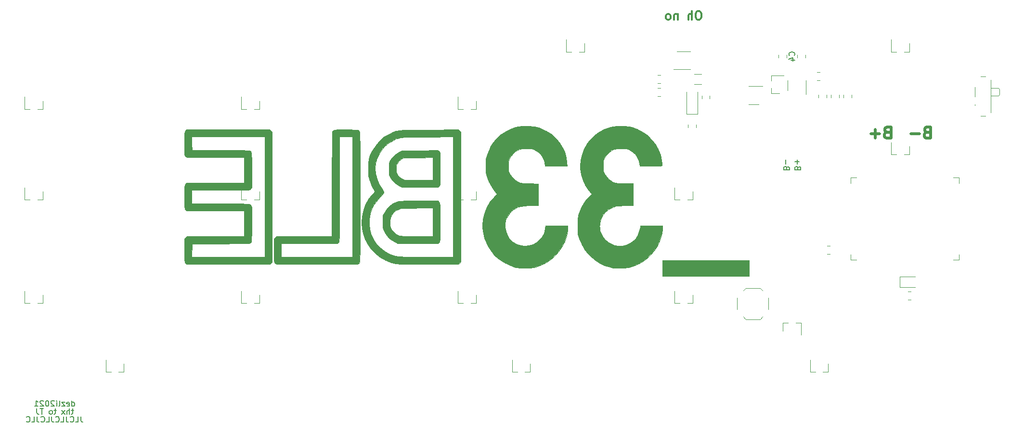
<source format=gbr>
G04 #@! TF.GenerationSoftware,KiCad,Pcbnew,(5.1.4-0)*
G04 #@! TF.CreationDate,2021-05-12T17:49:12+10:00*
G04 #@! TF.ProjectId,ble,626c652e-6b69-4636-9164-5f7063625858,rev?*
G04 #@! TF.SameCoordinates,Original*
G04 #@! TF.FileFunction,Legend,Bot*
G04 #@! TF.FilePolarity,Positive*
%FSLAX46Y46*%
G04 Gerber Fmt 4.6, Leading zero omitted, Abs format (unit mm)*
G04 Created by KiCad (PCBNEW (5.1.4-0)) date 2021-05-12 17:49:12*
%MOMM*%
%LPD*%
G04 APERTURE LIST*
%ADD10C,0.200000*%
%ADD11C,0.300000*%
%ADD12C,0.150000*%
%ADD13C,0.500000*%
%ADD14C,0.120000*%
%ADD15C,0.010000*%
G04 APERTURE END LIST*
D10*
X17819047Y-63352380D02*
X17819047Y-64066666D01*
X17866666Y-64209523D01*
X17961904Y-64304761D01*
X18104761Y-64352380D01*
X18200000Y-64352380D01*
X16866666Y-64352380D02*
X17342857Y-64352380D01*
X17342857Y-63352380D01*
X15961904Y-64257142D02*
X16009523Y-64304761D01*
X16152380Y-64352380D01*
X16247619Y-64352380D01*
X16390476Y-64304761D01*
X16485714Y-64209523D01*
X16533333Y-64114285D01*
X16580952Y-63923809D01*
X16580952Y-63780952D01*
X16533333Y-63590476D01*
X16485714Y-63495238D01*
X16390476Y-63400000D01*
X16247619Y-63352380D01*
X16152380Y-63352380D01*
X16009523Y-63400000D01*
X15961904Y-63447619D01*
X15247619Y-63352380D02*
X15247619Y-64066666D01*
X15295238Y-64209523D01*
X15390476Y-64304761D01*
X15533333Y-64352380D01*
X15628571Y-64352380D01*
X14295238Y-64352380D02*
X14771428Y-64352380D01*
X14771428Y-63352380D01*
X13390476Y-64257142D02*
X13438095Y-64304761D01*
X13580952Y-64352380D01*
X13676190Y-64352380D01*
X13819047Y-64304761D01*
X13914285Y-64209523D01*
X13961904Y-64114285D01*
X14009523Y-63923809D01*
X14009523Y-63780952D01*
X13961904Y-63590476D01*
X13914285Y-63495238D01*
X13819047Y-63400000D01*
X13676190Y-63352380D01*
X13580952Y-63352380D01*
X13438095Y-63400000D01*
X13390476Y-63447619D01*
X12676190Y-63352380D02*
X12676190Y-64066666D01*
X12723809Y-64209523D01*
X12819047Y-64304761D01*
X12961904Y-64352380D01*
X13057142Y-64352380D01*
X11723809Y-64352380D02*
X12200000Y-64352380D01*
X12200000Y-63352380D01*
X10819047Y-64257142D02*
X10866666Y-64304761D01*
X11009523Y-64352380D01*
X11104761Y-64352380D01*
X11247619Y-64304761D01*
X11342857Y-64209523D01*
X11390476Y-64114285D01*
X11438095Y-63923809D01*
X11438095Y-63780952D01*
X11390476Y-63590476D01*
X11342857Y-63495238D01*
X11247619Y-63400000D01*
X11104761Y-63352380D01*
X11009523Y-63352380D01*
X10866666Y-63400000D01*
X10819047Y-63447619D01*
X10104761Y-63352380D02*
X10104761Y-64066666D01*
X10152380Y-64209523D01*
X10247619Y-64304761D01*
X10390476Y-64352380D01*
X10485714Y-64352380D01*
X9152380Y-64352380D02*
X9628571Y-64352380D01*
X9628571Y-63352380D01*
X8247619Y-64257142D02*
X8295238Y-64304761D01*
X8438095Y-64352380D01*
X8533333Y-64352380D01*
X8676190Y-64304761D01*
X8771428Y-64209523D01*
X8819047Y-64114285D01*
X8866666Y-63923809D01*
X8866666Y-63780952D01*
X8819047Y-63590476D01*
X8771428Y-63495238D01*
X8676190Y-63400000D01*
X8533333Y-63352380D01*
X8438095Y-63352380D01*
X8295238Y-63400000D01*
X8247619Y-63447619D01*
X16509523Y-62285714D02*
X16128571Y-62285714D01*
X16366666Y-61952380D02*
X16366666Y-62809523D01*
X16319047Y-62904761D01*
X16223809Y-62952380D01*
X16128571Y-62952380D01*
X15795238Y-62952380D02*
X15795238Y-61952380D01*
X15366666Y-62952380D02*
X15366666Y-62428571D01*
X15414285Y-62333333D01*
X15509523Y-62285714D01*
X15652380Y-62285714D01*
X15747619Y-62333333D01*
X15795238Y-62380952D01*
X14985714Y-62952380D02*
X14461904Y-62285714D01*
X14985714Y-62285714D02*
X14461904Y-62952380D01*
X13461904Y-62285714D02*
X13080952Y-62285714D01*
X13319047Y-61952380D02*
X13319047Y-62809523D01*
X13271428Y-62904761D01*
X13176190Y-62952380D01*
X13080952Y-62952380D01*
X12604761Y-62952380D02*
X12700000Y-62904761D01*
X12747619Y-62857142D01*
X12795238Y-62761904D01*
X12795238Y-62476190D01*
X12747619Y-62380952D01*
X12700000Y-62333333D01*
X12604761Y-62285714D01*
X12461904Y-62285714D01*
X12366666Y-62333333D01*
X12319047Y-62380952D01*
X12271428Y-62476190D01*
X12271428Y-62761904D01*
X12319047Y-62857142D01*
X12366666Y-62904761D01*
X12461904Y-62952380D01*
X12604761Y-62952380D01*
X11223809Y-61952380D02*
X10652380Y-61952380D01*
X10938095Y-62952380D02*
X10938095Y-61952380D01*
X10033333Y-61952380D02*
X10033333Y-62666666D01*
X10080952Y-62809523D01*
X10176190Y-62904761D01*
X10319047Y-62952380D01*
X10414285Y-62952380D01*
X16223809Y-61552380D02*
X16223809Y-60552380D01*
X16223809Y-61504761D02*
X16319047Y-61552380D01*
X16509523Y-61552380D01*
X16604761Y-61504761D01*
X16652380Y-61457142D01*
X16700000Y-61361904D01*
X16700000Y-61076190D01*
X16652380Y-60980952D01*
X16604761Y-60933333D01*
X16509523Y-60885714D01*
X16319047Y-60885714D01*
X16223809Y-60933333D01*
X15366666Y-61504761D02*
X15461904Y-61552380D01*
X15652380Y-61552380D01*
X15747619Y-61504761D01*
X15795238Y-61409523D01*
X15795238Y-61028571D01*
X15747619Y-60933333D01*
X15652380Y-60885714D01*
X15461904Y-60885714D01*
X15366666Y-60933333D01*
X15319047Y-61028571D01*
X15319047Y-61123809D01*
X15795238Y-61219047D01*
X14985714Y-60885714D02*
X14461904Y-60885714D01*
X14985714Y-61552380D01*
X14461904Y-61552380D01*
X13938095Y-61552380D02*
X14033333Y-61504761D01*
X14080952Y-61409523D01*
X14080952Y-60552380D01*
X13557142Y-61552380D02*
X13557142Y-60885714D01*
X13557142Y-60552380D02*
X13604761Y-60600000D01*
X13557142Y-60647619D01*
X13509523Y-60600000D01*
X13557142Y-60552380D01*
X13557142Y-60647619D01*
X13128571Y-60647619D02*
X13080952Y-60600000D01*
X12985714Y-60552380D01*
X12747619Y-60552380D01*
X12652380Y-60600000D01*
X12604761Y-60647619D01*
X12557142Y-60742857D01*
X12557142Y-60838095D01*
X12604761Y-60980952D01*
X13176190Y-61552380D01*
X12557142Y-61552380D01*
X11938095Y-60552380D02*
X11842857Y-60552380D01*
X11747619Y-60600000D01*
X11700000Y-60647619D01*
X11652380Y-60742857D01*
X11604761Y-60933333D01*
X11604761Y-61171428D01*
X11652380Y-61361904D01*
X11700000Y-61457142D01*
X11747619Y-61504761D01*
X11842857Y-61552380D01*
X11938095Y-61552380D01*
X12033333Y-61504761D01*
X12080952Y-61457142D01*
X12128571Y-61361904D01*
X12176190Y-61171428D01*
X12176190Y-60933333D01*
X12128571Y-60742857D01*
X12080952Y-60647619D01*
X12033333Y-60600000D01*
X11938095Y-60552380D01*
X11223809Y-60647619D02*
X11176190Y-60600000D01*
X11080952Y-60552380D01*
X10842857Y-60552380D01*
X10747619Y-60600000D01*
X10700000Y-60647619D01*
X10652380Y-60742857D01*
X10652380Y-60838095D01*
X10700000Y-60980952D01*
X11271428Y-61552380D01*
X10652380Y-61552380D01*
X9700000Y-61552380D02*
X10271428Y-61552380D01*
X9985714Y-61552380D02*
X9985714Y-60552380D01*
X10080952Y-60695238D01*
X10176190Y-60790476D01*
X10271428Y-60838095D01*
D11*
X126575000Y7965178D02*
X126289285Y7965178D01*
X126146428Y7893750D01*
X126003571Y7750892D01*
X125932142Y7465178D01*
X125932142Y6965178D01*
X126003571Y6679464D01*
X126146428Y6536607D01*
X126289285Y6465178D01*
X126575000Y6465178D01*
X126717857Y6536607D01*
X126860714Y6679464D01*
X126932142Y6965178D01*
X126932142Y7465178D01*
X126860714Y7750892D01*
X126717857Y7893750D01*
X126575000Y7965178D01*
X125289285Y6465178D02*
X125289285Y7965178D01*
X124646428Y6465178D02*
X124646428Y7250892D01*
X124717857Y7393750D01*
X124860714Y7465178D01*
X125075000Y7465178D01*
X125217857Y7393750D01*
X125289285Y7322321D01*
X122789285Y7465178D02*
X122789285Y6465178D01*
X122789285Y7322321D02*
X122717857Y7393750D01*
X122575000Y7465178D01*
X122360714Y7465178D01*
X122217857Y7393750D01*
X122146428Y7250892D01*
X122146428Y6465178D01*
X121217857Y6465178D02*
X121360714Y6536607D01*
X121432142Y6608035D01*
X121503571Y6750892D01*
X121503571Y7179464D01*
X121432142Y7322321D01*
X121360714Y7393750D01*
X121217857Y7465178D01*
X121003571Y7465178D01*
X120860714Y7393750D01*
X120789285Y7322321D01*
X120717857Y7179464D01*
X120717857Y6750892D01*
X120789285Y6608035D01*
X120860714Y6536607D01*
X121003571Y6465178D01*
X121217857Y6465178D01*
D12*
X141930428Y-19597619D02*
X141882809Y-19454761D01*
X141835190Y-19407142D01*
X141739952Y-19359523D01*
X141597095Y-19359523D01*
X141501857Y-19407142D01*
X141454238Y-19454761D01*
X141406619Y-19550000D01*
X141406619Y-19930952D01*
X142406619Y-19930952D01*
X142406619Y-19597619D01*
X142359000Y-19502380D01*
X142311380Y-19454761D01*
X142216142Y-19407142D01*
X142120904Y-19407142D01*
X142025666Y-19454761D01*
X141978047Y-19502380D01*
X141930428Y-19597619D01*
X141930428Y-19930952D01*
X141787571Y-18930952D02*
X141787571Y-18169047D01*
X143930428Y-19597619D02*
X143882809Y-19454761D01*
X143835190Y-19407142D01*
X143739952Y-19359523D01*
X143597095Y-19359523D01*
X143501857Y-19407142D01*
X143454238Y-19454761D01*
X143406619Y-19550000D01*
X143406619Y-19930952D01*
X144406619Y-19930952D01*
X144406619Y-19597619D01*
X144359000Y-19502380D01*
X144311380Y-19454761D01*
X144216142Y-19407142D01*
X144120904Y-19407142D01*
X144025666Y-19454761D01*
X143978047Y-19502380D01*
X143930428Y-19597619D01*
X143930428Y-19930952D01*
X143787571Y-18930952D02*
X143787571Y-18169047D01*
X143406619Y-18550000D02*
X144168523Y-18550000D01*
D13*
X159620238Y-13357142D02*
X159334523Y-13452380D01*
X159239285Y-13547619D01*
X159144047Y-13738095D01*
X159144047Y-14023809D01*
X159239285Y-14214285D01*
X159334523Y-14309523D01*
X159525000Y-14404761D01*
X160286904Y-14404761D01*
X160286904Y-12404761D01*
X159620238Y-12404761D01*
X159429761Y-12500000D01*
X159334523Y-12595238D01*
X159239285Y-12785714D01*
X159239285Y-12976190D01*
X159334523Y-13166666D01*
X159429761Y-13261904D01*
X159620238Y-13357142D01*
X160286904Y-13357142D01*
X158286904Y-13642857D02*
X156763095Y-13642857D01*
X157525000Y-14404761D02*
X157525000Y-12880952D01*
X166620238Y-13357142D02*
X166334523Y-13452380D01*
X166239285Y-13547619D01*
X166144047Y-13738095D01*
X166144047Y-14023809D01*
X166239285Y-14214285D01*
X166334523Y-14309523D01*
X166525000Y-14404761D01*
X167286904Y-14404761D01*
X167286904Y-12404761D01*
X166620238Y-12404761D01*
X166429761Y-12500000D01*
X166334523Y-12595238D01*
X166239285Y-12785714D01*
X166239285Y-12976190D01*
X166334523Y-13166666D01*
X166429761Y-13261904D01*
X166620238Y-13357142D01*
X167286904Y-13357142D01*
X165286904Y-13642857D02*
X163763095Y-13642857D01*
D14*
X137250000Y-40750000D02*
X134750000Y-40750000D01*
X138750000Y-42500000D02*
X138750000Y-44500000D01*
X137250000Y-46250000D02*
X134750000Y-46250000D01*
X133250000Y-42500000D02*
X133250000Y-44500000D01*
X137700000Y-41200000D02*
X137250000Y-40750000D01*
X134300000Y-41200000D02*
X134750000Y-40750000D01*
X134300000Y-45800000D02*
X134750000Y-46250000D01*
X137700000Y-45800000D02*
X137250000Y-46250000D01*
D15*
G36*
X77418062Y-16527269D02*
G01*
X74252666Y-16552333D01*
X73775934Y-16786536D01*
X73246806Y-17121757D01*
X72756904Y-17570889D01*
X72357883Y-18082495D01*
X72207088Y-18348718D01*
X72101584Y-18576803D01*
X72032355Y-18777847D01*
X71991853Y-18997783D01*
X71972531Y-19282541D01*
X71966844Y-19678053D01*
X71966666Y-19812000D01*
X71969675Y-20243206D01*
X71983671Y-20549536D01*
X72016110Y-20775408D01*
X72074445Y-20965242D01*
X72166132Y-21163457D01*
X72206533Y-21241231D01*
X72586194Y-21803312D01*
X73083574Y-22301958D01*
X73648561Y-22688433D01*
X73746513Y-22738878D01*
X74252666Y-22987000D01*
X77430558Y-23011909D01*
X80608450Y-23036819D01*
X80796058Y-22837119D01*
X80846458Y-22779987D01*
X80886911Y-22715288D01*
X80918513Y-22625083D01*
X80942355Y-22491432D01*
X80959531Y-22296395D01*
X80971133Y-22022033D01*
X80976166Y-21759333D01*
X79713666Y-21759333D01*
X77321833Y-21758861D01*
X76632558Y-21755580D01*
X76008846Y-21746487D01*
X75472231Y-21732282D01*
X75044248Y-21713666D01*
X74746430Y-21691339D01*
X74614638Y-21670805D01*
X74220437Y-21495152D01*
X73834860Y-21212108D01*
X73521799Y-20873258D01*
X73413456Y-20701000D01*
X73300753Y-20413590D01*
X73246390Y-20067991D01*
X73236666Y-19762988D01*
X73247216Y-19413766D01*
X73291036Y-19160987D01*
X73386379Y-18932432D01*
X73492905Y-18749226D01*
X73819596Y-18349489D01*
X74163368Y-18078571D01*
X74577593Y-17822333D01*
X77145630Y-17796589D01*
X79713666Y-17770845D01*
X79713666Y-21759333D01*
X80976166Y-21759333D01*
X80978254Y-21650406D01*
X80981989Y-21163574D01*
X80983428Y-20543597D01*
X80983666Y-19772537D01*
X80983666Y-16878183D01*
X80783562Y-16690195D01*
X80583457Y-16502206D01*
X77418062Y-16527269D01*
X77418062Y-16527269D01*
G37*
X77418062Y-16527269D02*
X74252666Y-16552333D01*
X73775934Y-16786536D01*
X73246806Y-17121757D01*
X72756904Y-17570889D01*
X72357883Y-18082495D01*
X72207088Y-18348718D01*
X72101584Y-18576803D01*
X72032355Y-18777847D01*
X71991853Y-18997783D01*
X71972531Y-19282541D01*
X71966844Y-19678053D01*
X71966666Y-19812000D01*
X71969675Y-20243206D01*
X71983671Y-20549536D01*
X72016110Y-20775408D01*
X72074445Y-20965242D01*
X72166132Y-21163457D01*
X72206533Y-21241231D01*
X72586194Y-21803312D01*
X73083574Y-22301958D01*
X73648561Y-22688433D01*
X73746513Y-22738878D01*
X74252666Y-22987000D01*
X77430558Y-23011909D01*
X80608450Y-23036819D01*
X80796058Y-22837119D01*
X80846458Y-22779987D01*
X80886911Y-22715288D01*
X80918513Y-22625083D01*
X80942355Y-22491432D01*
X80959531Y-22296395D01*
X80971133Y-22022033D01*
X80976166Y-21759333D01*
X79713666Y-21759333D01*
X77321833Y-21758861D01*
X76632558Y-21755580D01*
X76008846Y-21746487D01*
X75472231Y-21732282D01*
X75044248Y-21713666D01*
X74746430Y-21691339D01*
X74614638Y-21670805D01*
X74220437Y-21495152D01*
X73834860Y-21212108D01*
X73521799Y-20873258D01*
X73413456Y-20701000D01*
X73300753Y-20413590D01*
X73246390Y-20067991D01*
X73236666Y-19762988D01*
X73247216Y-19413766D01*
X73291036Y-19160987D01*
X73386379Y-18932432D01*
X73492905Y-18749226D01*
X73819596Y-18349489D01*
X74163368Y-18078571D01*
X74577593Y-17822333D01*
X77145630Y-17796589D01*
X79713666Y-17770845D01*
X79713666Y-21759333D01*
X80976166Y-21759333D01*
X80978254Y-21650406D01*
X80981989Y-21163574D01*
X80983428Y-20543597D01*
X80983666Y-19772537D01*
X80983666Y-16878183D01*
X80783562Y-16690195D01*
X80583457Y-16502206D01*
X77418062Y-16527269D01*
G36*
X76451466Y-25400581D02*
G01*
X75752043Y-25402829D01*
X75185640Y-25407502D01*
X74734100Y-25415356D01*
X74379268Y-25427149D01*
X74102989Y-25443637D01*
X73887107Y-25465580D01*
X73713467Y-25493732D01*
X73563912Y-25528852D01*
X73456034Y-25560406D01*
X72722794Y-25873295D01*
X72087314Y-26323772D01*
X71553150Y-26908714D01*
X71138187Y-27595471D01*
X71022239Y-27841342D01*
X70944948Y-28045577D01*
X70898499Y-28253362D01*
X70875080Y-28509883D01*
X70866876Y-28860327D01*
X70866000Y-29169446D01*
X70868275Y-29606869D01*
X70880425Y-29920282D01*
X70910434Y-30154997D01*
X70966289Y-30356326D01*
X71055976Y-30569582D01*
X71145385Y-30754740D01*
X71582141Y-31467052D01*
X72126790Y-32048966D01*
X72779077Y-32500222D01*
X72922328Y-32574722D01*
X73566085Y-32893000D01*
X77086815Y-32918391D01*
X80607544Y-32943783D01*
X80795605Y-32743601D01*
X80842792Y-32690645D01*
X80881342Y-32631064D01*
X80912127Y-32548379D01*
X80936021Y-32426115D01*
X80953896Y-32247793D01*
X80966627Y-31996937D01*
X80974628Y-31675451D01*
X79713666Y-31675451D01*
X76813833Y-31649225D01*
X76016274Y-31641073D01*
X75369920Y-31631887D01*
X74856639Y-31620720D01*
X74458304Y-31606624D01*
X74156784Y-31588650D01*
X73933949Y-31565852D01*
X73771672Y-31537282D01*
X73651821Y-31501991D01*
X73601613Y-31481289D01*
X73215288Y-31244106D01*
X72830196Y-30903888D01*
X72504062Y-30517232D01*
X72338864Y-30243304D01*
X72199073Y-29818178D01*
X72136180Y-29319312D01*
X72150424Y-28809311D01*
X72242040Y-28350779D01*
X72330846Y-28132854D01*
X72694819Y-27583177D01*
X73148677Y-27166358D01*
X73517624Y-26948560D01*
X73998666Y-26712333D01*
X79713666Y-26661631D01*
X79713666Y-31675451D01*
X80974628Y-31675451D01*
X80975086Y-31657069D01*
X80980146Y-31211713D01*
X80982681Y-30644392D01*
X80983563Y-29938627D01*
X80983666Y-29194794D01*
X80983406Y-28353230D01*
X80982079Y-27664391D01*
X80978870Y-27111668D01*
X80972964Y-26678453D01*
X80963543Y-26348137D01*
X80949793Y-26104112D01*
X80930898Y-25929769D01*
X80906040Y-25808501D01*
X80874405Y-25723698D01*
X80835176Y-25658752D01*
X80808188Y-25623084D01*
X80632710Y-25400000D01*
X77302065Y-25400000D01*
X76451466Y-25400581D01*
X76451466Y-25400581D01*
G37*
X76451466Y-25400581D02*
X75752043Y-25402829D01*
X75185640Y-25407502D01*
X74734100Y-25415356D01*
X74379268Y-25427149D01*
X74102989Y-25443637D01*
X73887107Y-25465580D01*
X73713467Y-25493732D01*
X73563912Y-25528852D01*
X73456034Y-25560406D01*
X72722794Y-25873295D01*
X72087314Y-26323772D01*
X71553150Y-26908714D01*
X71138187Y-27595471D01*
X71022239Y-27841342D01*
X70944948Y-28045577D01*
X70898499Y-28253362D01*
X70875080Y-28509883D01*
X70866876Y-28860327D01*
X70866000Y-29169446D01*
X70868275Y-29606869D01*
X70880425Y-29920282D01*
X70910434Y-30154997D01*
X70966289Y-30356326D01*
X71055976Y-30569582D01*
X71145385Y-30754740D01*
X71582141Y-31467052D01*
X72126790Y-32048966D01*
X72779077Y-32500222D01*
X72922328Y-32574722D01*
X73566085Y-32893000D01*
X77086815Y-32918391D01*
X80607544Y-32943783D01*
X80795605Y-32743601D01*
X80842792Y-32690645D01*
X80881342Y-32631064D01*
X80912127Y-32548379D01*
X80936021Y-32426115D01*
X80953896Y-32247793D01*
X80966627Y-31996937D01*
X80974628Y-31675451D01*
X79713666Y-31675451D01*
X76813833Y-31649225D01*
X76016274Y-31641073D01*
X75369920Y-31631887D01*
X74856639Y-31620720D01*
X74458304Y-31606624D01*
X74156784Y-31588650D01*
X73933949Y-31565852D01*
X73771672Y-31537282D01*
X73651821Y-31501991D01*
X73601613Y-31481289D01*
X73215288Y-31244106D01*
X72830196Y-30903888D01*
X72504062Y-30517232D01*
X72338864Y-30243304D01*
X72199073Y-29818178D01*
X72136180Y-29319312D01*
X72150424Y-28809311D01*
X72242040Y-28350779D01*
X72330846Y-28132854D01*
X72694819Y-27583177D01*
X73148677Y-27166358D01*
X73517624Y-26948560D01*
X73998666Y-26712333D01*
X79713666Y-26661631D01*
X79713666Y-31675451D01*
X80974628Y-31675451D01*
X80975086Y-31657069D01*
X80980146Y-31211713D01*
X80982681Y-30644392D01*
X80983563Y-29938627D01*
X80983666Y-29194794D01*
X80983406Y-28353230D01*
X80982079Y-27664391D01*
X80978870Y-27111668D01*
X80972964Y-26678453D01*
X80963543Y-26348137D01*
X80949793Y-26104112D01*
X80930898Y-25929769D01*
X80906040Y-25808501D01*
X80874405Y-25723698D01*
X80835176Y-25658752D01*
X80808188Y-25623084D01*
X80632710Y-25400000D01*
X77302065Y-25400000D01*
X76451466Y-25400581D01*
G36*
X36201145Y-13092418D02*
G01*
X36145793Y-13171042D01*
X36103471Y-13263007D01*
X36072439Y-13390613D01*
X36050954Y-13576161D01*
X36037275Y-13841954D01*
X36029662Y-14210294D01*
X36026373Y-14703482D01*
X36025666Y-15339933D01*
X36025666Y-17364363D01*
X36233485Y-17572181D01*
X36441303Y-17780000D01*
X46524333Y-17780000D01*
X46524333Y-22267333D01*
X36376623Y-22267333D01*
X36201145Y-22490418D01*
X36145604Y-22569347D01*
X36103188Y-22661677D01*
X36072135Y-22789813D01*
X36050683Y-22976160D01*
X36037072Y-23243122D01*
X36029539Y-23613104D01*
X36026325Y-24108511D01*
X36025666Y-24722666D01*
X36026393Y-25359508D01*
X36029748Y-25849424D01*
X36037491Y-26214819D01*
X36051384Y-26478097D01*
X36073189Y-26661662D01*
X36104667Y-26787921D01*
X36147578Y-26879277D01*
X36201145Y-26954915D01*
X36376623Y-27178000D01*
X46524333Y-27178000D01*
X46524333Y-31665333D01*
X36441303Y-31665333D01*
X36233485Y-31873151D01*
X36025666Y-32080969D01*
X36025666Y-34105400D01*
X36026382Y-34744884D01*
X36029690Y-35237339D01*
X36037331Y-35605066D01*
X36051047Y-35870367D01*
X36072579Y-36055543D01*
X36103668Y-36182897D01*
X36146055Y-36274729D01*
X36201145Y-36352915D01*
X36376623Y-36576000D01*
X51066816Y-36576000D01*
X51435000Y-36184086D01*
X51435000Y-14139333D01*
X50165000Y-14139333D01*
X50165000Y-35306000D01*
X37290888Y-35306000D01*
X37338000Y-32977666D01*
X42426638Y-32955843D01*
X43481223Y-32951222D01*
X44379489Y-32946782D01*
X45134447Y-32942028D01*
X45759112Y-32936468D01*
X46266495Y-32929606D01*
X46669610Y-32920950D01*
X46981468Y-32910004D01*
X47215082Y-32896275D01*
X47383466Y-32879269D01*
X47499631Y-32858491D01*
X47576590Y-32833449D01*
X47627356Y-32803648D01*
X47664942Y-32768593D01*
X47675971Y-32756561D01*
X47718766Y-32700353D01*
X47753507Y-32624266D01*
X47781219Y-32510845D01*
X47802929Y-32342639D01*
X47819663Y-32102195D01*
X47832446Y-31772059D01*
X47842306Y-31334781D01*
X47850268Y-30772906D01*
X47857358Y-30068983D01*
X47861353Y-29603383D01*
X47865791Y-28902418D01*
X47867293Y-28249309D01*
X47866014Y-27664861D01*
X47862106Y-27169876D01*
X47855722Y-26785157D01*
X47847015Y-26531509D01*
X47838033Y-26435013D01*
X47740613Y-26226423D01*
X47622846Y-26075179D01*
X47583675Y-26040485D01*
X47532297Y-26010954D01*
X47455670Y-25986169D01*
X47340757Y-25965716D01*
X47174517Y-25949178D01*
X46943910Y-25936141D01*
X46635897Y-25926190D01*
X46237439Y-25918907D01*
X45735494Y-25913879D01*
X45117025Y-25910690D01*
X44368990Y-25908924D01*
X43478351Y-25908166D01*
X42432068Y-25908000D01*
X37295666Y-25908000D01*
X37295666Y-23537333D01*
X42375666Y-23537333D01*
X43430041Y-23537185D01*
X44328122Y-23536467D01*
X45082949Y-23534760D01*
X45707562Y-23531652D01*
X46215000Y-23526725D01*
X46618303Y-23519565D01*
X46930512Y-23509756D01*
X47164664Y-23496883D01*
X47333801Y-23480529D01*
X47450962Y-23460281D01*
X47529186Y-23435722D01*
X47581514Y-23406436D01*
X47620984Y-23372009D01*
X47622846Y-23370153D01*
X47768714Y-23171919D01*
X47838033Y-23010320D01*
X47848570Y-22882644D01*
X47856912Y-22606451D01*
X47862907Y-22202543D01*
X47866402Y-21691723D01*
X47867243Y-21094795D01*
X47865278Y-20432562D01*
X47861353Y-19841949D01*
X47854303Y-19050331D01*
X47846958Y-18410592D01*
X47838294Y-17905279D01*
X47827283Y-17516941D01*
X47812901Y-17228123D01*
X47794120Y-17021375D01*
X47769915Y-16879242D01*
X47739259Y-16784273D01*
X47701127Y-16719014D01*
X47675971Y-16688772D01*
X47639831Y-16651985D01*
X47594551Y-16620605D01*
X47527119Y-16594138D01*
X47424522Y-16572089D01*
X47273748Y-16553965D01*
X47061784Y-16539271D01*
X46775618Y-16527514D01*
X46402236Y-16518199D01*
X45928626Y-16510833D01*
X45341776Y-16504921D01*
X44628673Y-16499970D01*
X43776304Y-16495485D01*
X42771656Y-16490973D01*
X42426638Y-16489489D01*
X37338000Y-16467666D01*
X37314444Y-15303500D01*
X37290888Y-14139333D01*
X50165000Y-14139333D01*
X51435000Y-14139333D01*
X51435000Y-13237517D01*
X51043086Y-12869333D01*
X36376623Y-12869333D01*
X36201145Y-13092418D01*
X36201145Y-13092418D01*
G37*
X36201145Y-13092418D02*
X36145793Y-13171042D01*
X36103471Y-13263007D01*
X36072439Y-13390613D01*
X36050954Y-13576161D01*
X36037275Y-13841954D01*
X36029662Y-14210294D01*
X36026373Y-14703482D01*
X36025666Y-15339933D01*
X36025666Y-17364363D01*
X36233485Y-17572181D01*
X36441303Y-17780000D01*
X46524333Y-17780000D01*
X46524333Y-22267333D01*
X36376623Y-22267333D01*
X36201145Y-22490418D01*
X36145604Y-22569347D01*
X36103188Y-22661677D01*
X36072135Y-22789813D01*
X36050683Y-22976160D01*
X36037072Y-23243122D01*
X36029539Y-23613104D01*
X36026325Y-24108511D01*
X36025666Y-24722666D01*
X36026393Y-25359508D01*
X36029748Y-25849424D01*
X36037491Y-26214819D01*
X36051384Y-26478097D01*
X36073189Y-26661662D01*
X36104667Y-26787921D01*
X36147578Y-26879277D01*
X36201145Y-26954915D01*
X36376623Y-27178000D01*
X46524333Y-27178000D01*
X46524333Y-31665333D01*
X36441303Y-31665333D01*
X36233485Y-31873151D01*
X36025666Y-32080969D01*
X36025666Y-34105400D01*
X36026382Y-34744884D01*
X36029690Y-35237339D01*
X36037331Y-35605066D01*
X36051047Y-35870367D01*
X36072579Y-36055543D01*
X36103668Y-36182897D01*
X36146055Y-36274729D01*
X36201145Y-36352915D01*
X36376623Y-36576000D01*
X51066816Y-36576000D01*
X51435000Y-36184086D01*
X51435000Y-14139333D01*
X50165000Y-14139333D01*
X50165000Y-35306000D01*
X37290888Y-35306000D01*
X37338000Y-32977666D01*
X42426638Y-32955843D01*
X43481223Y-32951222D01*
X44379489Y-32946782D01*
X45134447Y-32942028D01*
X45759112Y-32936468D01*
X46266495Y-32929606D01*
X46669610Y-32920950D01*
X46981468Y-32910004D01*
X47215082Y-32896275D01*
X47383466Y-32879269D01*
X47499631Y-32858491D01*
X47576590Y-32833449D01*
X47627356Y-32803648D01*
X47664942Y-32768593D01*
X47675971Y-32756561D01*
X47718766Y-32700353D01*
X47753507Y-32624266D01*
X47781219Y-32510845D01*
X47802929Y-32342639D01*
X47819663Y-32102195D01*
X47832446Y-31772059D01*
X47842306Y-31334781D01*
X47850268Y-30772906D01*
X47857358Y-30068983D01*
X47861353Y-29603383D01*
X47865791Y-28902418D01*
X47867293Y-28249309D01*
X47866014Y-27664861D01*
X47862106Y-27169876D01*
X47855722Y-26785157D01*
X47847015Y-26531509D01*
X47838033Y-26435013D01*
X47740613Y-26226423D01*
X47622846Y-26075179D01*
X47583675Y-26040485D01*
X47532297Y-26010954D01*
X47455670Y-25986169D01*
X47340757Y-25965716D01*
X47174517Y-25949178D01*
X46943910Y-25936141D01*
X46635897Y-25926190D01*
X46237439Y-25918907D01*
X45735494Y-25913879D01*
X45117025Y-25910690D01*
X44368990Y-25908924D01*
X43478351Y-25908166D01*
X42432068Y-25908000D01*
X37295666Y-25908000D01*
X37295666Y-23537333D01*
X42375666Y-23537333D01*
X43430041Y-23537185D01*
X44328122Y-23536467D01*
X45082949Y-23534760D01*
X45707562Y-23531652D01*
X46215000Y-23526725D01*
X46618303Y-23519565D01*
X46930512Y-23509756D01*
X47164664Y-23496883D01*
X47333801Y-23480529D01*
X47450962Y-23460281D01*
X47529186Y-23435722D01*
X47581514Y-23406436D01*
X47620984Y-23372009D01*
X47622846Y-23370153D01*
X47768714Y-23171919D01*
X47838033Y-23010320D01*
X47848570Y-22882644D01*
X47856912Y-22606451D01*
X47862907Y-22202543D01*
X47866402Y-21691723D01*
X47867243Y-21094795D01*
X47865278Y-20432562D01*
X47861353Y-19841949D01*
X47854303Y-19050331D01*
X47846958Y-18410592D01*
X47838294Y-17905279D01*
X47827283Y-17516941D01*
X47812901Y-17228123D01*
X47794120Y-17021375D01*
X47769915Y-16879242D01*
X47739259Y-16784273D01*
X47701127Y-16719014D01*
X47675971Y-16688772D01*
X47639831Y-16651985D01*
X47594551Y-16620605D01*
X47527119Y-16594138D01*
X47424522Y-16572089D01*
X47273748Y-16553965D01*
X47061784Y-16539271D01*
X46775618Y-16527514D01*
X46402236Y-16518199D01*
X45928626Y-16510833D01*
X45341776Y-16504921D01*
X44628673Y-16499970D01*
X43776304Y-16495485D01*
X42771656Y-16490973D01*
X42426638Y-16489489D01*
X37338000Y-16467666D01*
X37314444Y-15303500D01*
X37290888Y-14139333D01*
X50165000Y-14139333D01*
X51435000Y-14139333D01*
X51435000Y-13237517D01*
X51043086Y-12869333D01*
X36376623Y-12869333D01*
X36201145Y-13092418D01*
G36*
X63761371Y-12870225D02*
G01*
X63266147Y-12873968D01*
X62896296Y-12882156D01*
X62629840Y-12896386D01*
X62444801Y-12918255D01*
X62319201Y-12949360D01*
X62231063Y-12991296D01*
X62175880Y-13031174D01*
X61976000Y-13193016D01*
X61953724Y-22429174D01*
X61931449Y-31665333D01*
X52189303Y-31665333D01*
X51981485Y-31873151D01*
X51773666Y-32080969D01*
X51773666Y-34144392D01*
X51774044Y-34787555D01*
X51776430Y-35282976D01*
X51782709Y-35652246D01*
X51794762Y-35916956D01*
X51814472Y-36098698D01*
X51843721Y-36219062D01*
X51884392Y-36299640D01*
X51938368Y-36362022D01*
X51969623Y-36391908D01*
X52165580Y-36576000D01*
X59314457Y-36573425D01*
X60707621Y-36571915D01*
X61963023Y-36568466D01*
X63076922Y-36563123D01*
X64045575Y-36555931D01*
X64865242Y-36546934D01*
X65532181Y-36536177D01*
X66042650Y-36523704D01*
X66392907Y-36509561D01*
X66579212Y-36493791D01*
X66608167Y-36486416D01*
X66724982Y-36352917D01*
X66826588Y-36132566D01*
X66840528Y-36086824D01*
X66853290Y-35956519D01*
X66865088Y-35669178D01*
X66875922Y-35237093D01*
X66885792Y-34672560D01*
X66894699Y-33987871D01*
X66902642Y-33195322D01*
X66909622Y-32307204D01*
X66915639Y-31335814D01*
X66920693Y-30293443D01*
X66924785Y-29192387D01*
X66927914Y-28044939D01*
X66930081Y-26863393D01*
X66931286Y-25660043D01*
X66931529Y-24447182D01*
X66930811Y-23237105D01*
X66929131Y-22042106D01*
X66926490Y-20874477D01*
X66922888Y-19746514D01*
X66918326Y-18670510D01*
X66912802Y-17658759D01*
X66906319Y-16723554D01*
X66898875Y-15877190D01*
X66890471Y-15131961D01*
X66881107Y-14500160D01*
X66873747Y-14139333D01*
X65574333Y-14139333D01*
X65574333Y-35306000D01*
X53043666Y-35306000D01*
X53043666Y-32935333D01*
X62937376Y-32935333D01*
X63112855Y-32712248D01*
X63140463Y-32675389D01*
X63165013Y-32632635D01*
X63186682Y-32574366D01*
X63205652Y-32490961D01*
X63222102Y-32372800D01*
X63236211Y-32210262D01*
X63248158Y-31993726D01*
X63258125Y-31713573D01*
X63266290Y-31360180D01*
X63272832Y-30923928D01*
X63277932Y-30395196D01*
X63281770Y-29764363D01*
X63284524Y-29021809D01*
X63286374Y-28157913D01*
X63287501Y-27163055D01*
X63288083Y-26027613D01*
X63288301Y-24741967D01*
X63288333Y-23314248D01*
X63288333Y-14139333D01*
X65574333Y-14139333D01*
X66873747Y-14139333D01*
X66870784Y-13994081D01*
X66859502Y-13626019D01*
X66847260Y-13408266D01*
X66840156Y-13357162D01*
X66742886Y-13128213D01*
X66616099Y-12970581D01*
X66592195Y-12954996D01*
X66456836Y-12928010D01*
X66171271Y-12905237D01*
X65754593Y-12887422D01*
X65225895Y-12875313D01*
X64604267Y-12869659D01*
X64403946Y-12869333D01*
X63761371Y-12870225D01*
X63761371Y-12870225D01*
G37*
X63761371Y-12870225D02*
X63266147Y-12873968D01*
X62896296Y-12882156D01*
X62629840Y-12896386D01*
X62444801Y-12918255D01*
X62319201Y-12949360D01*
X62231063Y-12991296D01*
X62175880Y-13031174D01*
X61976000Y-13193016D01*
X61953724Y-22429174D01*
X61931449Y-31665333D01*
X52189303Y-31665333D01*
X51981485Y-31873151D01*
X51773666Y-32080969D01*
X51773666Y-34144392D01*
X51774044Y-34787555D01*
X51776430Y-35282976D01*
X51782709Y-35652246D01*
X51794762Y-35916956D01*
X51814472Y-36098698D01*
X51843721Y-36219062D01*
X51884392Y-36299640D01*
X51938368Y-36362022D01*
X51969623Y-36391908D01*
X52165580Y-36576000D01*
X59314457Y-36573425D01*
X60707621Y-36571915D01*
X61963023Y-36568466D01*
X63076922Y-36563123D01*
X64045575Y-36555931D01*
X64865242Y-36546934D01*
X65532181Y-36536177D01*
X66042650Y-36523704D01*
X66392907Y-36509561D01*
X66579212Y-36493791D01*
X66608167Y-36486416D01*
X66724982Y-36352917D01*
X66826588Y-36132566D01*
X66840528Y-36086824D01*
X66853290Y-35956519D01*
X66865088Y-35669178D01*
X66875922Y-35237093D01*
X66885792Y-34672560D01*
X66894699Y-33987871D01*
X66902642Y-33195322D01*
X66909622Y-32307204D01*
X66915639Y-31335814D01*
X66920693Y-30293443D01*
X66924785Y-29192387D01*
X66927914Y-28044939D01*
X66930081Y-26863393D01*
X66931286Y-25660043D01*
X66931529Y-24447182D01*
X66930811Y-23237105D01*
X66929131Y-22042106D01*
X66926490Y-20874477D01*
X66922888Y-19746514D01*
X66918326Y-18670510D01*
X66912802Y-17658759D01*
X66906319Y-16723554D01*
X66898875Y-15877190D01*
X66890471Y-15131961D01*
X66881107Y-14500160D01*
X66873747Y-14139333D01*
X65574333Y-14139333D01*
X65574333Y-35306000D01*
X53043666Y-35306000D01*
X53043666Y-32935333D01*
X62937376Y-32935333D01*
X63112855Y-32712248D01*
X63140463Y-32675389D01*
X63165013Y-32632635D01*
X63186682Y-32574366D01*
X63205652Y-32490961D01*
X63222102Y-32372800D01*
X63236211Y-32210262D01*
X63248158Y-31993726D01*
X63258125Y-31713573D01*
X63266290Y-31360180D01*
X63272832Y-30923928D01*
X63277932Y-30395196D01*
X63281770Y-29764363D01*
X63284524Y-29021809D01*
X63286374Y-28157913D01*
X63287501Y-27163055D01*
X63288083Y-26027613D01*
X63288301Y-24741967D01*
X63288333Y-23314248D01*
X63288333Y-14139333D01*
X65574333Y-14139333D01*
X66873747Y-14139333D01*
X66870784Y-13994081D01*
X66859502Y-13626019D01*
X66847260Y-13408266D01*
X66840156Y-13357162D01*
X66742886Y-13128213D01*
X66616099Y-12970581D01*
X66592195Y-12954996D01*
X66456836Y-12928010D01*
X66171271Y-12905237D01*
X65754593Y-12887422D01*
X65225895Y-12875313D01*
X64604267Y-12869659D01*
X64403946Y-12869333D01*
X63761371Y-12870225D01*
G36*
X79057668Y-12891284D02*
G01*
X77955208Y-12897430D01*
X77007318Y-12903365D01*
X76199242Y-12910591D01*
X75516225Y-12920609D01*
X74943512Y-12934920D01*
X74466349Y-12955025D01*
X74069979Y-12982424D01*
X73739648Y-13018619D01*
X73460601Y-13065110D01*
X73218082Y-13123400D01*
X72997336Y-13194988D01*
X72783609Y-13281375D01*
X72562144Y-13384063D01*
X72318187Y-13504552D01*
X72136000Y-13595394D01*
X71191599Y-14151737D01*
X70373539Y-14820683D01*
X69680757Y-15603293D01*
X69112190Y-16500624D01*
X68999699Y-16721666D01*
X68745886Y-17270982D01*
X68563116Y-17750795D01*
X68440583Y-18210663D01*
X68367486Y-18700144D01*
X68333019Y-19268795D01*
X68326000Y-19812000D01*
X68329845Y-20332756D01*
X68344460Y-20727580D01*
X68374460Y-21039760D01*
X68424463Y-21312587D01*
X68499085Y-21589348D01*
X68524258Y-21671020D01*
X68672734Y-22089067D01*
X68861614Y-22542655D01*
X69067089Y-22980579D01*
X69265346Y-23351632D01*
X69409844Y-23575457D01*
X69461578Y-23665948D01*
X69457061Y-23761230D01*
X69379759Y-23893993D01*
X69213137Y-24096925D01*
X69056930Y-24273207D01*
X68393585Y-25138132D01*
X67870456Y-26085507D01*
X67492006Y-27096568D01*
X67262698Y-28152546D01*
X67186994Y-29234676D01*
X67269359Y-30324191D01*
X67430986Y-31110087D01*
X67780012Y-32112816D01*
X68275063Y-33050969D01*
X68900331Y-33909817D01*
X69640010Y-34674630D01*
X70478294Y-35330679D01*
X71399377Y-35863235D01*
X72387452Y-36257569D01*
X73166100Y-36454352D01*
X73334400Y-36480645D01*
X73551938Y-36503083D01*
X73831578Y-36521932D01*
X74186183Y-36537462D01*
X74628619Y-36549939D01*
X75171748Y-36559632D01*
X75828433Y-36566808D01*
X76611540Y-36571737D01*
X77533932Y-36574685D01*
X78608472Y-36575922D01*
X79005296Y-36576000D01*
X84208697Y-36576000D01*
X84416515Y-36368181D01*
X84624333Y-36160363D01*
X84624333Y-35316064D01*
X83269666Y-35316064D01*
X78422500Y-35285493D01*
X77376480Y-35278447D01*
X76485631Y-35271230D01*
X75735791Y-35263374D01*
X75112799Y-35254410D01*
X74602494Y-35243870D01*
X74190713Y-35231286D01*
X73863294Y-35216190D01*
X73606076Y-35198113D01*
X73404897Y-35176589D01*
X73245596Y-35151147D01*
X73114010Y-35121321D01*
X73067333Y-35108453D01*
X72102401Y-34749261D01*
X71234717Y-34264248D01*
X70471883Y-33667750D01*
X69821504Y-32974103D01*
X69291181Y-32197640D01*
X68888519Y-31352698D01*
X68621121Y-30453612D01*
X68496590Y-29514718D01*
X68522529Y-28550349D01*
X68706542Y-27574843D01*
X68841325Y-27140682D01*
X69048818Y-26619346D01*
X69298707Y-26145034D01*
X69617357Y-25677189D01*
X70031130Y-25175252D01*
X70336833Y-24839987D01*
X70711486Y-24422876D01*
X70955097Y-24110817D01*
X71068522Y-23902669D01*
X71077666Y-23851009D01*
X71028507Y-23683219D01*
X70900100Y-23439716D01*
X70734210Y-23192791D01*
X70217658Y-22368457D01*
X69854761Y-21497130D01*
X69644300Y-20596593D01*
X69585058Y-19684630D01*
X69675816Y-18779026D01*
X69915356Y-17897563D01*
X70302461Y-17058027D01*
X70835912Y-16278201D01*
X71238209Y-15833892D01*
X71752324Y-15368010D01*
X72262389Y-15008892D01*
X72568143Y-14837542D01*
X72828652Y-14702839D01*
X73059211Y-14588314D01*
X73275678Y-14492233D01*
X73493910Y-14412860D01*
X73729764Y-14348460D01*
X73999099Y-14297298D01*
X74317770Y-14257639D01*
X74701636Y-14227748D01*
X75166553Y-14205890D01*
X75728380Y-14190329D01*
X76402973Y-14179330D01*
X77206190Y-14171159D01*
X78153888Y-14164080D01*
X78761166Y-14159894D01*
X83269666Y-14128641D01*
X83269666Y-35316064D01*
X84624333Y-35316064D01*
X84624333Y-13284969D01*
X84201336Y-12861972D01*
X79057668Y-12891284D01*
X79057668Y-12891284D01*
G37*
X79057668Y-12891284D02*
X77955208Y-12897430D01*
X77007318Y-12903365D01*
X76199242Y-12910591D01*
X75516225Y-12920609D01*
X74943512Y-12934920D01*
X74466349Y-12955025D01*
X74069979Y-12982424D01*
X73739648Y-13018619D01*
X73460601Y-13065110D01*
X73218082Y-13123400D01*
X72997336Y-13194988D01*
X72783609Y-13281375D01*
X72562144Y-13384063D01*
X72318187Y-13504552D01*
X72136000Y-13595394D01*
X71191599Y-14151737D01*
X70373539Y-14820683D01*
X69680757Y-15603293D01*
X69112190Y-16500624D01*
X68999699Y-16721666D01*
X68745886Y-17270982D01*
X68563116Y-17750795D01*
X68440583Y-18210663D01*
X68367486Y-18700144D01*
X68333019Y-19268795D01*
X68326000Y-19812000D01*
X68329845Y-20332756D01*
X68344460Y-20727580D01*
X68374460Y-21039760D01*
X68424463Y-21312587D01*
X68499085Y-21589348D01*
X68524258Y-21671020D01*
X68672734Y-22089067D01*
X68861614Y-22542655D01*
X69067089Y-22980579D01*
X69265346Y-23351632D01*
X69409844Y-23575457D01*
X69461578Y-23665948D01*
X69457061Y-23761230D01*
X69379759Y-23893993D01*
X69213137Y-24096925D01*
X69056930Y-24273207D01*
X68393585Y-25138132D01*
X67870456Y-26085507D01*
X67492006Y-27096568D01*
X67262698Y-28152546D01*
X67186994Y-29234676D01*
X67269359Y-30324191D01*
X67430986Y-31110087D01*
X67780012Y-32112816D01*
X68275063Y-33050969D01*
X68900331Y-33909817D01*
X69640010Y-34674630D01*
X70478294Y-35330679D01*
X71399377Y-35863235D01*
X72387452Y-36257569D01*
X73166100Y-36454352D01*
X73334400Y-36480645D01*
X73551938Y-36503083D01*
X73831578Y-36521932D01*
X74186183Y-36537462D01*
X74628619Y-36549939D01*
X75171748Y-36559632D01*
X75828433Y-36566808D01*
X76611540Y-36571737D01*
X77533932Y-36574685D01*
X78608472Y-36575922D01*
X79005296Y-36576000D01*
X84208697Y-36576000D01*
X84416515Y-36368181D01*
X84624333Y-36160363D01*
X84624333Y-35316064D01*
X83269666Y-35316064D01*
X78422500Y-35285493D01*
X77376480Y-35278447D01*
X76485631Y-35271230D01*
X75735791Y-35263374D01*
X75112799Y-35254410D01*
X74602494Y-35243870D01*
X74190713Y-35231286D01*
X73863294Y-35216190D01*
X73606076Y-35198113D01*
X73404897Y-35176589D01*
X73245596Y-35151147D01*
X73114010Y-35121321D01*
X73067333Y-35108453D01*
X72102401Y-34749261D01*
X71234717Y-34264248D01*
X70471883Y-33667750D01*
X69821504Y-32974103D01*
X69291181Y-32197640D01*
X68888519Y-31352698D01*
X68621121Y-30453612D01*
X68496590Y-29514718D01*
X68522529Y-28550349D01*
X68706542Y-27574843D01*
X68841325Y-27140682D01*
X69048818Y-26619346D01*
X69298707Y-26145034D01*
X69617357Y-25677189D01*
X70031130Y-25175252D01*
X70336833Y-24839987D01*
X70711486Y-24422876D01*
X70955097Y-24110817D01*
X71068522Y-23902669D01*
X71077666Y-23851009D01*
X71028507Y-23683219D01*
X70900100Y-23439716D01*
X70734210Y-23192791D01*
X70217658Y-22368457D01*
X69854761Y-21497130D01*
X69644300Y-20596593D01*
X69585058Y-19684630D01*
X69675816Y-18779026D01*
X69915356Y-17897563D01*
X70302461Y-17058027D01*
X70835912Y-16278201D01*
X71238209Y-15833892D01*
X71752324Y-15368010D01*
X72262389Y-15008892D01*
X72568143Y-14837542D01*
X72828652Y-14702839D01*
X73059211Y-14588314D01*
X73275678Y-14492233D01*
X73493910Y-14412860D01*
X73729764Y-14348460D01*
X73999099Y-14297298D01*
X74317770Y-14257639D01*
X74701636Y-14227748D01*
X75166553Y-14205890D01*
X75728380Y-14190329D01*
X76402973Y-14179330D01*
X77206190Y-14171159D01*
X78153888Y-14164080D01*
X78761166Y-14159894D01*
X83269666Y-14128641D01*
X83269666Y-35316064D01*
X84624333Y-35316064D01*
X84624333Y-13284969D01*
X84201336Y-12861972D01*
X79057668Y-12891284D01*
G36*
X95365537Y-12249931D02*
G01*
X94300152Y-12429420D01*
X94234336Y-12445913D01*
X93395026Y-12734090D01*
X92554161Y-13158692D01*
X91753668Y-13692489D01*
X91035473Y-14308250D01*
X90551090Y-14838171D01*
X90233173Y-15287620D01*
X89907498Y-15843516D01*
X89602351Y-16449095D01*
X89346020Y-17047590D01*
X89166791Y-17582239D01*
X89148409Y-17653000D01*
X89051205Y-18215760D01*
X89003428Y-18878537D01*
X89005177Y-19579358D01*
X89056549Y-20256251D01*
X89143489Y-20785666D01*
X89308737Y-21350708D01*
X89558664Y-21979608D01*
X89865315Y-22614432D01*
X90200735Y-23197245D01*
X90533111Y-23665410D01*
X90949510Y-24174487D01*
X90430495Y-24741499D01*
X89724242Y-25633438D01*
X89169542Y-26596562D01*
X88769927Y-27621028D01*
X88528931Y-28696993D01*
X88450086Y-29814612D01*
X88462118Y-30226000D01*
X88560203Y-31126510D01*
X88760332Y-31952863D01*
X89080550Y-32770867D01*
X89260619Y-33138293D01*
X89860162Y-34126620D01*
X90572651Y-34988794D01*
X91397864Y-35724624D01*
X92335581Y-36333923D01*
X93385580Y-36816500D01*
X93683666Y-36923474D01*
X94022084Y-37033803D01*
X94306901Y-37110999D01*
X94584647Y-37161921D01*
X94901852Y-37193426D01*
X95305045Y-37212374D01*
X95715666Y-37222989D01*
X96360786Y-37227524D01*
X96873958Y-37208403D01*
X97291187Y-37163546D01*
X97536000Y-37117833D01*
X98533366Y-36814494D01*
X99477219Y-36368430D01*
X100353248Y-35795722D01*
X101147143Y-35112445D01*
X101844593Y-34334680D01*
X102431287Y-33478503D01*
X102892914Y-32559993D01*
X103215164Y-31595228D01*
X103383725Y-30600286D01*
X103388437Y-30542622D01*
X103445314Y-29802666D01*
X99554936Y-29802666D01*
X99451518Y-30363939D01*
X99238841Y-31091018D01*
X98896117Y-31733999D01*
X98442982Y-32282936D01*
X97899073Y-32727882D01*
X97284027Y-33058891D01*
X96617481Y-33266017D01*
X95919074Y-33339314D01*
X95208440Y-33268837D01*
X94505219Y-33044638D01*
X94326056Y-32959959D01*
X93699518Y-32555411D01*
X93191132Y-32050132D01*
X92804202Y-31466064D01*
X92542033Y-30825152D01*
X92407931Y-30149337D01*
X92405200Y-29460562D01*
X92537146Y-28780770D01*
X92807073Y-28131905D01*
X93218287Y-27535908D01*
X93469419Y-27272596D01*
X93857494Y-26943106D01*
X94258943Y-26688143D01*
X94701439Y-26499692D01*
X95212654Y-26369739D01*
X95820258Y-26290272D01*
X96551923Y-26253275D01*
X97006833Y-26248136D01*
X98255666Y-26246666D01*
X98255666Y-22368447D01*
X96752833Y-22337403D01*
X96208223Y-22324902D01*
X95801031Y-22310349D01*
X95499357Y-22289505D01*
X95271301Y-22258130D01*
X95084961Y-22211986D01*
X94908438Y-22146831D01*
X94732653Y-22068921D01*
X94167837Y-21724247D01*
X93665386Y-21251331D01*
X93265890Y-20689861D01*
X93203728Y-20574000D01*
X93092036Y-20336824D01*
X93021858Y-20123594D01*
X92983696Y-19882005D01*
X92968052Y-19559748D01*
X92965418Y-19261666D01*
X92971937Y-18828109D01*
X92998179Y-18512841D01*
X93051613Y-18265265D01*
X93139708Y-18034782D01*
X93149768Y-18012768D01*
X93408796Y-17585777D01*
X93776167Y-17152944D01*
X94200980Y-16766006D01*
X94632333Y-16476698D01*
X94690397Y-16446906D01*
X94913319Y-16344378D01*
X95113123Y-16277128D01*
X95335345Y-16237830D01*
X95625521Y-16219159D01*
X96029189Y-16213790D01*
X96140354Y-16213666D01*
X96569090Y-16216325D01*
X96875892Y-16230006D01*
X97108143Y-16263269D01*
X97313225Y-16324669D01*
X97538521Y-16422767D01*
X97681064Y-16491944D01*
X98223993Y-16835415D01*
X98686656Y-17278768D01*
X99043611Y-17789376D01*
X99269415Y-18334609D01*
X99323683Y-18598571D01*
X99363211Y-18867181D01*
X99402152Y-19094740D01*
X99406162Y-19115084D01*
X99445021Y-19307168D01*
X103293333Y-19261666D01*
X103277013Y-18657589D01*
X103169994Y-17741095D01*
X102908017Y-16837827D01*
X102505380Y-15966161D01*
X101976381Y-15144475D01*
X101335316Y-14391146D01*
X100596484Y-13724551D01*
X99774181Y-13163067D01*
X98882705Y-12725072D01*
X98571413Y-12609269D01*
X97538355Y-12341256D01*
X96457334Y-12221010D01*
X95365537Y-12249931D01*
X95365537Y-12249931D01*
G37*
X95365537Y-12249931D02*
X94300152Y-12429420D01*
X94234336Y-12445913D01*
X93395026Y-12734090D01*
X92554161Y-13158692D01*
X91753668Y-13692489D01*
X91035473Y-14308250D01*
X90551090Y-14838171D01*
X90233173Y-15287620D01*
X89907498Y-15843516D01*
X89602351Y-16449095D01*
X89346020Y-17047590D01*
X89166791Y-17582239D01*
X89148409Y-17653000D01*
X89051205Y-18215760D01*
X89003428Y-18878537D01*
X89005177Y-19579358D01*
X89056549Y-20256251D01*
X89143489Y-20785666D01*
X89308737Y-21350708D01*
X89558664Y-21979608D01*
X89865315Y-22614432D01*
X90200735Y-23197245D01*
X90533111Y-23665410D01*
X90949510Y-24174487D01*
X90430495Y-24741499D01*
X89724242Y-25633438D01*
X89169542Y-26596562D01*
X88769927Y-27621028D01*
X88528931Y-28696993D01*
X88450086Y-29814612D01*
X88462118Y-30226000D01*
X88560203Y-31126510D01*
X88760332Y-31952863D01*
X89080550Y-32770867D01*
X89260619Y-33138293D01*
X89860162Y-34126620D01*
X90572651Y-34988794D01*
X91397864Y-35724624D01*
X92335581Y-36333923D01*
X93385580Y-36816500D01*
X93683666Y-36923474D01*
X94022084Y-37033803D01*
X94306901Y-37110999D01*
X94584647Y-37161921D01*
X94901852Y-37193426D01*
X95305045Y-37212374D01*
X95715666Y-37222989D01*
X96360786Y-37227524D01*
X96873958Y-37208403D01*
X97291187Y-37163546D01*
X97536000Y-37117833D01*
X98533366Y-36814494D01*
X99477219Y-36368430D01*
X100353248Y-35795722D01*
X101147143Y-35112445D01*
X101844593Y-34334680D01*
X102431287Y-33478503D01*
X102892914Y-32559993D01*
X103215164Y-31595228D01*
X103383725Y-30600286D01*
X103388437Y-30542622D01*
X103445314Y-29802666D01*
X99554936Y-29802666D01*
X99451518Y-30363939D01*
X99238841Y-31091018D01*
X98896117Y-31733999D01*
X98442982Y-32282936D01*
X97899073Y-32727882D01*
X97284027Y-33058891D01*
X96617481Y-33266017D01*
X95919074Y-33339314D01*
X95208440Y-33268837D01*
X94505219Y-33044638D01*
X94326056Y-32959959D01*
X93699518Y-32555411D01*
X93191132Y-32050132D01*
X92804202Y-31466064D01*
X92542033Y-30825152D01*
X92407931Y-30149337D01*
X92405200Y-29460562D01*
X92537146Y-28780770D01*
X92807073Y-28131905D01*
X93218287Y-27535908D01*
X93469419Y-27272596D01*
X93857494Y-26943106D01*
X94258943Y-26688143D01*
X94701439Y-26499692D01*
X95212654Y-26369739D01*
X95820258Y-26290272D01*
X96551923Y-26253275D01*
X97006833Y-26248136D01*
X98255666Y-26246666D01*
X98255666Y-22368447D01*
X96752833Y-22337403D01*
X96208223Y-22324902D01*
X95801031Y-22310349D01*
X95499357Y-22289505D01*
X95271301Y-22258130D01*
X95084961Y-22211986D01*
X94908438Y-22146831D01*
X94732653Y-22068921D01*
X94167837Y-21724247D01*
X93665386Y-21251331D01*
X93265890Y-20689861D01*
X93203728Y-20574000D01*
X93092036Y-20336824D01*
X93021858Y-20123594D01*
X92983696Y-19882005D01*
X92968052Y-19559748D01*
X92965418Y-19261666D01*
X92971937Y-18828109D01*
X92998179Y-18512841D01*
X93051613Y-18265265D01*
X93139708Y-18034782D01*
X93149768Y-18012768D01*
X93408796Y-17585777D01*
X93776167Y-17152944D01*
X94200980Y-16766006D01*
X94632333Y-16476698D01*
X94690397Y-16446906D01*
X94913319Y-16344378D01*
X95113123Y-16277128D01*
X95335345Y-16237830D01*
X95625521Y-16219159D01*
X96029189Y-16213790D01*
X96140354Y-16213666D01*
X96569090Y-16216325D01*
X96875892Y-16230006D01*
X97108143Y-16263269D01*
X97313225Y-16324669D01*
X97538521Y-16422767D01*
X97681064Y-16491944D01*
X98223993Y-16835415D01*
X98686656Y-17278768D01*
X99043611Y-17789376D01*
X99269415Y-18334609D01*
X99323683Y-18598571D01*
X99363211Y-18867181D01*
X99402152Y-19094740D01*
X99406162Y-19115084D01*
X99445021Y-19307168D01*
X103293333Y-19261666D01*
X103277013Y-18657589D01*
X103169994Y-17741095D01*
X102908017Y-16837827D01*
X102505380Y-15966161D01*
X101976381Y-15144475D01*
X101335316Y-14391146D01*
X100596484Y-13724551D01*
X99774181Y-13163067D01*
X98882705Y-12725072D01*
X98571413Y-12609269D01*
X97538355Y-12341256D01*
X96457334Y-12221010D01*
X95365537Y-12249931D01*
G36*
X112083048Y-12263114D02*
G01*
X111433791Y-12330149D01*
X110934586Y-12430320D01*
X109929401Y-12785984D01*
X109003613Y-13277981D01*
X108167858Y-13891588D01*
X107432770Y-14612084D01*
X106808983Y-15424743D01*
X106307131Y-16314844D01*
X105937849Y-17267663D01*
X105711772Y-18268477D01*
X105639533Y-19302562D01*
X105657151Y-19736835D01*
X105812600Y-20772343D01*
X106118139Y-21777251D01*
X106561593Y-22720427D01*
X107130784Y-23570738D01*
X107181207Y-23633598D01*
X107638070Y-24195530D01*
X107301073Y-24522598D01*
X106758044Y-25133949D01*
X106250421Y-25865310D01*
X105806842Y-26667493D01*
X105455939Y-27491309D01*
X105311642Y-27940000D01*
X105246835Y-28214312D01*
X105202148Y-28521041D01*
X105174690Y-28896371D01*
X105161571Y-29376485D01*
X105159429Y-29845000D01*
X105161507Y-30356791D01*
X105169512Y-30739972D01*
X105189048Y-31035268D01*
X105225717Y-31283401D01*
X105285122Y-31525094D01*
X105372866Y-31801072D01*
X105465361Y-32068556D01*
X105922130Y-33140945D01*
X106504893Y-34102065D01*
X107216964Y-34957368D01*
X107230333Y-34971155D01*
X108053681Y-35707318D01*
X108960392Y-36314772D01*
X109927526Y-36780641D01*
X110932140Y-37092049D01*
X111057930Y-37119211D01*
X111550677Y-37191415D01*
X112138319Y-37232754D01*
X112763389Y-37243062D01*
X113368418Y-37222173D01*
X113895939Y-37169920D01*
X114130666Y-37128094D01*
X115171367Y-36816751D01*
X116146884Y-36362750D01*
X117044404Y-35780474D01*
X117851114Y-35084307D01*
X118554199Y-34288632D01*
X119140845Y-33407833D01*
X119598240Y-32456293D01*
X119913567Y-31448395D01*
X120068994Y-30462381D01*
X120124013Y-29802666D01*
X116208226Y-29802666D01*
X116172114Y-29993166D01*
X116030544Y-30643239D01*
X115869819Y-31161980D01*
X115671673Y-31587389D01*
X115417841Y-31957466D01*
X115090058Y-32310210D01*
X115031802Y-32365455D01*
X114432631Y-32821456D01*
X113784895Y-33130489D01*
X113108625Y-33298586D01*
X112423853Y-33331775D01*
X111750610Y-33236090D01*
X111108927Y-33017559D01*
X110518835Y-32682214D01*
X110000367Y-32236085D01*
X109573552Y-31685203D01*
X109258424Y-31035599D01*
X109128420Y-30588169D01*
X109051492Y-30186003D01*
X109026429Y-29860033D01*
X109049349Y-29526561D01*
X109071778Y-29367813D01*
X109266945Y-28620646D01*
X109600405Y-27947321D01*
X110055531Y-27364999D01*
X110615699Y-26890841D01*
X111264283Y-26542009D01*
X111984659Y-26335663D01*
X112014000Y-26330735D01*
X112291129Y-26299699D01*
X112688133Y-26273856D01*
X113155575Y-26255616D01*
X113644021Y-26247388D01*
X113728500Y-26247157D01*
X114935000Y-26246666D01*
X114935000Y-22352000D01*
X113589252Y-22352000D01*
X112887885Y-22341921D01*
X112324871Y-22306190D01*
X111870128Y-22236559D01*
X111493573Y-22124784D01*
X111165121Y-21962618D01*
X110854692Y-21741817D01*
X110621955Y-21538666D01*
X110250301Y-21143696D01*
X109957437Y-20732333D01*
X109879393Y-20589034D01*
X109767780Y-20343413D01*
X109697877Y-20123400D01*
X109660209Y-19875722D01*
X109645304Y-19547109D01*
X109643333Y-19261666D01*
X109649038Y-18844913D01*
X109672292Y-18543144D01*
X109722306Y-18302214D01*
X109808291Y-18067978D01*
X109869409Y-17932696D01*
X110210381Y-17383605D01*
X110672937Y-16896185D01*
X111209952Y-16517562D01*
X111362363Y-16439742D01*
X111592028Y-16339653D01*
X111800736Y-16274196D01*
X112034809Y-16236180D01*
X112340564Y-16218410D01*
X112764323Y-16213697D01*
X112818333Y-16213666D01*
X113257391Y-16217413D01*
X113573512Y-16233450D01*
X113813016Y-16268967D01*
X114022222Y-16331159D01*
X114247451Y-16427216D01*
X114274303Y-16439742D01*
X114847233Y-16796114D01*
X115333896Y-17273783D01*
X115710984Y-17840976D01*
X115955193Y-18465920D01*
X116024850Y-18826217D01*
X116078000Y-19261666D01*
X118006212Y-19284428D01*
X118636522Y-19290516D01*
X119117559Y-19291276D01*
X119469331Y-19285652D01*
X119711844Y-19272587D01*
X119865105Y-19251025D01*
X119949121Y-19219910D01*
X119983209Y-19180058D01*
X119995175Y-19040415D01*
X119983577Y-18782648D01*
X119951065Y-18455926D01*
X119939147Y-18363025D01*
X119716100Y-17323073D01*
X119341540Y-16338871D01*
X118828157Y-15424793D01*
X118188639Y-14595212D01*
X117435675Y-13864504D01*
X116581954Y-13247041D01*
X115640163Y-12757199D01*
X114702080Y-12430320D01*
X114154583Y-12323216D01*
X113498724Y-12259647D01*
X112789785Y-12239613D01*
X112083048Y-12263114D01*
X112083048Y-12263114D01*
G37*
X112083048Y-12263114D02*
X111433791Y-12330149D01*
X110934586Y-12430320D01*
X109929401Y-12785984D01*
X109003613Y-13277981D01*
X108167858Y-13891588D01*
X107432770Y-14612084D01*
X106808983Y-15424743D01*
X106307131Y-16314844D01*
X105937849Y-17267663D01*
X105711772Y-18268477D01*
X105639533Y-19302562D01*
X105657151Y-19736835D01*
X105812600Y-20772343D01*
X106118139Y-21777251D01*
X106561593Y-22720427D01*
X107130784Y-23570738D01*
X107181207Y-23633598D01*
X107638070Y-24195530D01*
X107301073Y-24522598D01*
X106758044Y-25133949D01*
X106250421Y-25865310D01*
X105806842Y-26667493D01*
X105455939Y-27491309D01*
X105311642Y-27940000D01*
X105246835Y-28214312D01*
X105202148Y-28521041D01*
X105174690Y-28896371D01*
X105161571Y-29376485D01*
X105159429Y-29845000D01*
X105161507Y-30356791D01*
X105169512Y-30739972D01*
X105189048Y-31035268D01*
X105225717Y-31283401D01*
X105285122Y-31525094D01*
X105372866Y-31801072D01*
X105465361Y-32068556D01*
X105922130Y-33140945D01*
X106504893Y-34102065D01*
X107216964Y-34957368D01*
X107230333Y-34971155D01*
X108053681Y-35707318D01*
X108960392Y-36314772D01*
X109927526Y-36780641D01*
X110932140Y-37092049D01*
X111057930Y-37119211D01*
X111550677Y-37191415D01*
X112138319Y-37232754D01*
X112763389Y-37243062D01*
X113368418Y-37222173D01*
X113895939Y-37169920D01*
X114130666Y-37128094D01*
X115171367Y-36816751D01*
X116146884Y-36362750D01*
X117044404Y-35780474D01*
X117851114Y-35084307D01*
X118554199Y-34288632D01*
X119140845Y-33407833D01*
X119598240Y-32456293D01*
X119913567Y-31448395D01*
X120068994Y-30462381D01*
X120124013Y-29802666D01*
X116208226Y-29802666D01*
X116172114Y-29993166D01*
X116030544Y-30643239D01*
X115869819Y-31161980D01*
X115671673Y-31587389D01*
X115417841Y-31957466D01*
X115090058Y-32310210D01*
X115031802Y-32365455D01*
X114432631Y-32821456D01*
X113784895Y-33130489D01*
X113108625Y-33298586D01*
X112423853Y-33331775D01*
X111750610Y-33236090D01*
X111108927Y-33017559D01*
X110518835Y-32682214D01*
X110000367Y-32236085D01*
X109573552Y-31685203D01*
X109258424Y-31035599D01*
X109128420Y-30588169D01*
X109051492Y-30186003D01*
X109026429Y-29860033D01*
X109049349Y-29526561D01*
X109071778Y-29367813D01*
X109266945Y-28620646D01*
X109600405Y-27947321D01*
X110055531Y-27364999D01*
X110615699Y-26890841D01*
X111264283Y-26542009D01*
X111984659Y-26335663D01*
X112014000Y-26330735D01*
X112291129Y-26299699D01*
X112688133Y-26273856D01*
X113155575Y-26255616D01*
X113644021Y-26247388D01*
X113728500Y-26247157D01*
X114935000Y-26246666D01*
X114935000Y-22352000D01*
X113589252Y-22352000D01*
X112887885Y-22341921D01*
X112324871Y-22306190D01*
X111870128Y-22236559D01*
X111493573Y-22124784D01*
X111165121Y-21962618D01*
X110854692Y-21741817D01*
X110621955Y-21538666D01*
X110250301Y-21143696D01*
X109957437Y-20732333D01*
X109879393Y-20589034D01*
X109767780Y-20343413D01*
X109697877Y-20123400D01*
X109660209Y-19875722D01*
X109645304Y-19547109D01*
X109643333Y-19261666D01*
X109649038Y-18844913D01*
X109672292Y-18543144D01*
X109722306Y-18302214D01*
X109808291Y-18067978D01*
X109869409Y-17932696D01*
X110210381Y-17383605D01*
X110672937Y-16896185D01*
X111209952Y-16517562D01*
X111362363Y-16439742D01*
X111592028Y-16339653D01*
X111800736Y-16274196D01*
X112034809Y-16236180D01*
X112340564Y-16218410D01*
X112764323Y-16213697D01*
X112818333Y-16213666D01*
X113257391Y-16217413D01*
X113573512Y-16233450D01*
X113813016Y-16268967D01*
X114022222Y-16331159D01*
X114247451Y-16427216D01*
X114274303Y-16439742D01*
X114847233Y-16796114D01*
X115333896Y-17273783D01*
X115710984Y-17840976D01*
X115955193Y-18465920D01*
X116024850Y-18826217D01*
X116078000Y-19261666D01*
X118006212Y-19284428D01*
X118636522Y-19290516D01*
X119117559Y-19291276D01*
X119469331Y-19285652D01*
X119711844Y-19272587D01*
X119865105Y-19251025D01*
X119949121Y-19219910D01*
X119983209Y-19180058D01*
X119995175Y-19040415D01*
X119983577Y-18782648D01*
X119951065Y-18455926D01*
X119939147Y-18363025D01*
X119716100Y-17323073D01*
X119341540Y-16338871D01*
X118828157Y-15424793D01*
X118188639Y-14595212D01*
X117435675Y-13864504D01*
X116581954Y-13247041D01*
X115640163Y-12757199D01*
X114702080Y-12430320D01*
X114154583Y-12323216D01*
X113498724Y-12259647D01*
X112789785Y-12239613D01*
X112083048Y-12263114D01*
G36*
X120099666Y-38692666D02*
G01*
X135339666Y-38692666D01*
X135339666Y-35898666D01*
X120099666Y-35898666D01*
X120099666Y-38692666D01*
X120099666Y-38692666D01*
G37*
X120099666Y-38692666D02*
X135339666Y-38692666D01*
X135339666Y-35898666D01*
X120099666Y-35898666D01*
X120099666Y-38692666D01*
D14*
X153218750Y-34825000D02*
X153218750Y-35825000D01*
X153218750Y-22325000D02*
X153218750Y-21325000D01*
X154218750Y-21325000D02*
X153218750Y-21325000D01*
X154218750Y-35825000D02*
X153218750Y-35825000D01*
X172218750Y-21325000D02*
X171218750Y-21325000D01*
X172218750Y-22325000D02*
X172218750Y-21325000D01*
X172218750Y-35825000D02*
X171218750Y-35825000D01*
X172218750Y-35825000D02*
X172218750Y-34825000D01*
X125025000Y-2225000D02*
X122075000Y-2225000D01*
X122625000Y875000D02*
X125025000Y875000D01*
X106355000Y827500D02*
X106355000Y2287500D01*
X103195000Y827500D02*
X103195000Y2987500D01*
X103195000Y827500D02*
X104125000Y827500D01*
X106355000Y827500D02*
X105425000Y827500D01*
X140540000Y-258578D02*
X140540000Y258578D01*
X141960000Y-258578D02*
X141960000Y258578D01*
X176870000Y-10450000D02*
X176080000Y-10450000D01*
X176080000Y-3550000D02*
X176870000Y-3550000D01*
X175030000Y-5400000D02*
X175030000Y-7100000D01*
X177880000Y-4150000D02*
X177880000Y-9850000D01*
X179170000Y-6900000D02*
X177880000Y-6900000D01*
X179380000Y-5800000D02*
X179380000Y-6700000D01*
X177880000Y-5600000D02*
X179170000Y-5600000D01*
X179170000Y-6900000D02*
X179380000Y-6700000D01*
X179170000Y-5600000D02*
X179380000Y-5800000D01*
X175030000Y-8400000D02*
X175030000Y-8600000D01*
X149217500Y-55528750D02*
X149217500Y-54068750D01*
X146057500Y-55528750D02*
X146057500Y-53368750D01*
X146057500Y-55528750D02*
X146987500Y-55528750D01*
X149217500Y-55528750D02*
X148287500Y-55528750D01*
X96830000Y-55528750D02*
X96830000Y-54068750D01*
X93670000Y-55528750D02*
X93670000Y-53368750D01*
X93670000Y-55528750D02*
X94600000Y-55528750D01*
X96830000Y-55528750D02*
X95900000Y-55528750D01*
X25392500Y-55528750D02*
X25392500Y-54068750D01*
X22232500Y-55528750D02*
X22232500Y-53368750D01*
X22232500Y-55528750D02*
X23162500Y-55528750D01*
X25392500Y-55528750D02*
X24462500Y-55528750D01*
X141295000Y-46865000D02*
X141295000Y-48325000D01*
X144455000Y-46865000D02*
X144455000Y-49025000D01*
X144455000Y-46865000D02*
X143525000Y-46865000D01*
X141295000Y-46865000D02*
X142225000Y-46865000D01*
X125405000Y-43416250D02*
X125405000Y-41956250D01*
X122245000Y-43416250D02*
X122245000Y-41256250D01*
X122245000Y-43416250D02*
X123175000Y-43416250D01*
X125405000Y-43416250D02*
X124475000Y-43416250D01*
X87305000Y-43416250D02*
X87305000Y-41956250D01*
X84145000Y-43416250D02*
X84145000Y-41256250D01*
X84145000Y-43416250D02*
X85075000Y-43416250D01*
X87305000Y-43416250D02*
X86375000Y-43416250D01*
X49205000Y-43416250D02*
X49205000Y-41956250D01*
X46045000Y-43416250D02*
X46045000Y-41256250D01*
X46045000Y-43416250D02*
X46975000Y-43416250D01*
X49205000Y-43416250D02*
X48275000Y-43416250D01*
X11105000Y-43416250D02*
X11105000Y-41956250D01*
X7945000Y-43416250D02*
X7945000Y-41256250D01*
X7945000Y-43416250D02*
X8875000Y-43416250D01*
X11105000Y-43416250D02*
X10175000Y-43416250D01*
X163505000Y-17270000D02*
X163505000Y-15810000D01*
X160345000Y-17270000D02*
X160345000Y-15110000D01*
X160345000Y-17270000D02*
X161275000Y-17270000D01*
X163505000Y-17270000D02*
X162575000Y-17270000D01*
X125405000Y-25220000D02*
X125405000Y-23760000D01*
X122245000Y-25220000D02*
X122245000Y-23060000D01*
X122245000Y-25220000D02*
X123175000Y-25220000D01*
X125405000Y-25220000D02*
X124475000Y-25220000D01*
X87305000Y-25220000D02*
X87305000Y-23760000D01*
X84145000Y-25220000D02*
X84145000Y-23060000D01*
X84145000Y-25220000D02*
X85075000Y-25220000D01*
X87305000Y-25220000D02*
X86375000Y-25220000D01*
X49205000Y-25220000D02*
X49205000Y-23760000D01*
X46045000Y-25220000D02*
X46045000Y-23060000D01*
X46045000Y-25220000D02*
X46975000Y-25220000D01*
X49205000Y-25220000D02*
X48275000Y-25220000D01*
X11105000Y-25235000D02*
X11105000Y-23775000D01*
X7945000Y-25235000D02*
X7945000Y-23075000D01*
X7945000Y-25235000D02*
X8875000Y-25235000D01*
X11105000Y-25235000D02*
X10175000Y-25235000D01*
X163505000Y827500D02*
X163505000Y2287500D01*
X160345000Y827500D02*
X160345000Y2987500D01*
X160345000Y827500D02*
X161275000Y827500D01*
X163505000Y827500D02*
X162575000Y827500D01*
X87305000Y-9285000D02*
X87305000Y-7825000D01*
X84145000Y-9285000D02*
X84145000Y-7125000D01*
X84145000Y-9285000D02*
X85075000Y-9285000D01*
X87305000Y-9285000D02*
X86375000Y-9285000D01*
X49205000Y-9285000D02*
X49205000Y-7825000D01*
X46045000Y-9285000D02*
X46045000Y-7125000D01*
X46045000Y-9285000D02*
X46975000Y-9285000D01*
X49205000Y-9285000D02*
X48275000Y-9285000D01*
X11105000Y-9285000D02*
X11105000Y-7825000D01*
X7945000Y-9285000D02*
X7945000Y-7125000D01*
X7945000Y-9285000D02*
X8875000Y-9285000D01*
X11105000Y-9285000D02*
X10175000Y-9285000D01*
X145360000Y-4200000D02*
X145360000Y-6650000D01*
X142140000Y-6000000D02*
X142140000Y-4200000D01*
X135250000Y-5240000D02*
X137700000Y-5240000D01*
X137050000Y-8460000D02*
X135250000Y-8460000D01*
X163253922Y-41358750D02*
X163771078Y-41358750D01*
X163253922Y-42778750D02*
X163771078Y-42778750D01*
X153340000Y-6741422D02*
X153340000Y-7258578D01*
X151920000Y-6741422D02*
X151920000Y-7258578D01*
X149720000Y-7258578D02*
X149720000Y-6741422D01*
X151140000Y-7258578D02*
X151140000Y-6741422D01*
X143790000Y-258578D02*
X143790000Y258578D01*
X145210000Y-258578D02*
X145210000Y258578D01*
X119241422Y-5540000D02*
X119758578Y-5540000D01*
X119241422Y-6960000D02*
X119758578Y-6960000D01*
X147758578Y-4210000D02*
X147241422Y-4210000D01*
X147758578Y-2790000D02*
X147241422Y-2790000D01*
X128435000Y-6941422D02*
X128435000Y-7458578D01*
X127015000Y-6941422D02*
X127015000Y-7458578D01*
X119758578Y-4710000D02*
X119241422Y-4710000D01*
X119758578Y-3290000D02*
X119241422Y-3290000D01*
X139240000Y-6530000D02*
X140700000Y-6530000D01*
X139240000Y-3370000D02*
X141400000Y-3370000D01*
X139240000Y-3370000D02*
X139240000Y-4300000D01*
X139240000Y-6530000D02*
X139240000Y-5600000D01*
X126927064Y-4910000D02*
X125722936Y-4910000D01*
X126927064Y-3090000D02*
X125722936Y-3090000D01*
X161827500Y-38727500D02*
X164512500Y-38727500D01*
X161827500Y-40647500D02*
X161827500Y-38727500D01*
X164512500Y-40647500D02*
X161827500Y-40647500D01*
X126300000Y-10162500D02*
X126300000Y-6262500D01*
X124300000Y-10162500D02*
X124300000Y-6262500D01*
X126300000Y-10162500D02*
X124300000Y-10162500D01*
X126010000Y-11991422D02*
X126010000Y-12508578D01*
X124590000Y-11991422D02*
X124590000Y-12508578D01*
X149558578Y-34785000D02*
X149041422Y-34785000D01*
X149558578Y-33365000D02*
X149041422Y-33365000D01*
X148940000Y-6741422D02*
X148940000Y-7258578D01*
X147520000Y-6741422D02*
X147520000Y-7258578D01*
D12*
X143257142Y166666D02*
X143304761Y214285D01*
X143352380Y357142D01*
X143352380Y452380D01*
X143304761Y595238D01*
X143209523Y690476D01*
X143114285Y738095D01*
X142923809Y785714D01*
X142780952Y785714D01*
X142590476Y738095D01*
X142495238Y690476D01*
X142400000Y595238D01*
X142352380Y452380D01*
X142352380Y357142D01*
X142400000Y214285D01*
X142447619Y166666D01*
X142685714Y-690476D02*
X143352380Y-690476D01*
X142304761Y-452380D02*
X143019047Y-214285D01*
X143019047Y-833333D01*
M02*

</source>
